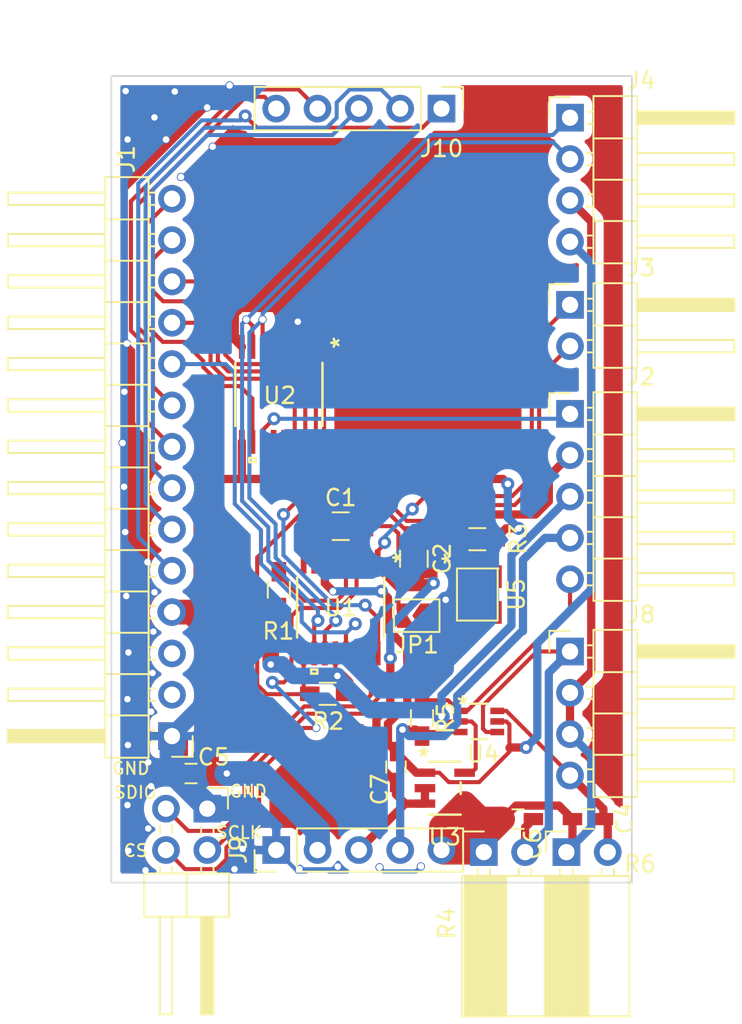
<source format=kicad_pcb>
(kicad_pcb (version 20171130) (host pcbnew "(5.1.6-0-10_14)")
  (layers (0 F.Cu signal) (31 B.Cu signal) (34 B.Paste user) (35 F.Paste user) (36 B.SilkS user) (37 F.SilkS user) (38 B.Mask user) (39 F.Mask user) (44 Edge.Cuts user))
  (net 0 "")
  (net 1 GND)
  (net 2 "Net-(C1-Pad1)")
  (net 3 "Net-(C2-Pad1)")
  (net 4 PD_MUX_OUT)
  (net 5 VCC_LOGIC)
  (net 6 /AMP_OUT)
  (net 7 THERM_WELL)
  (net 8 I2C_SDA)
  (net 9 I2C_SCL)
  (net 10 ADC_DRDY)
  (net 11 PD_REF_PWM)
  (net 12 PD_MUX_GPIO1)
  (net 13 PD_MUX_GPIO2)
  (net 14 PD_MUX_GPIO3)
  (net 15 PD_MUX_GPIO4)
  (net 16 PD_MUX_GPIO5)
  (net 17 THERM_TEST1)
  (net 18 /AMP_GAIN_SW)
  (net 19 DEMOD_SPI_CS)
  (net 20 DEMOD_SPI_SDIO)
  (net 21 DEMOD_SPI_SCLK)
  (net 22 "Net-(R1-Pad1)")
  (net 23 "Net-(R3-Pad1)")
  (net 24 PHOTO_GND)
  (net 25 /GAIN_SMALL)
  (net 26 /GAIN_LARGE)
  (net 27 -1V)
  (net 28 PHOTO_3V3)
  (net 29 XOUT)
  (net 30 CLKIN)
  (net 31 /PHOTO_OUT_P)
  (net 32 /PHOTO_OUT_N)
  (net 33 "Net-(JP1-Pad1)")
  (module Ninja-qPCR:ADS1219IPWR (layer F.Cu) (at 93.3 82 270)
    (fp_text reference U2 (at 0.07 -0.05 180) (layer F.SilkS))
    (fp_text value ADS1219IPWR hide)
    (fp_text user * (at -3.175 -3.773601 90) (layer F.SilkS))
    (fp_text user * (at -3.175 -3.773601 90) (layer F.SilkS))
    (pad 16 smd rect (at 2.921 -2.274999 270) (size 1.4732 0.3556) (layers F.Cu F.Paste F.Mask) (net 9 I2C_SCL))
    (pad 15 smd rect (at 2.921 -1.624998 270) (size 1.4732 0.3556) (layers F.Cu F.Paste F.Mask) (net 8 I2C_SDA))
    (pad 14 smd rect (at 2.921 -0.974999 270) (size 1.4732 0.3556) (layers F.Cu F.Paste F.Mask) (net 10 ADC_DRDY))
    (pad 13 smd rect (at 2.921 -0.324998 270) (size 1.4732 0.3556) (layers F.Cu F.Paste F.Mask) (net 5 VCC_LOGIC))
    (pad 12 smd rect (at 2.921 0.325001 270) (size 1.4732 0.3556) (layers F.Cu F.Paste F.Mask) (net 5 VCC_LOGIC))
    (pad 11 smd rect (at 2.921 0.974999 270) (size 1.4732 0.3556) (layers F.Cu F.Paste F.Mask) (net 17 THERM_TEST1))
    (pad 10 smd rect (at 2.921 1.625001 270) (size 1.4732 0.3556) (layers F.Cu F.Paste F.Mask) (net 7 THERM_WELL))
    (pad 9 smd rect (at 2.921 2.274999 270) (size 1.4732 0.3556) (layers F.Cu F.Paste F.Mask) (net 5 VCC_LOGIC))
    (pad 8 smd rect (at -2.921 2.274999 270) (size 1.4732 0.3556) (layers F.Cu F.Paste F.Mask) (net 1 GND))
    (pad 7 smd rect (at -2.921 1.624998 270) (size 1.4732 0.3556) (layers F.Cu F.Paste F.Mask) (net 32 /PHOTO_OUT_N))
    (pad 6 smd rect (at -2.921 0.974999 270) (size 1.4732 0.3556) (layers F.Cu F.Paste F.Mask) (net 31 /PHOTO_OUT_P))
    (pad 5 smd rect (at -2.921 0.324998 270) (size 1.4732 0.3556) (layers F.Cu F.Paste F.Mask) (net 1 GND))
    (pad 4 smd rect (at -2.921 -0.325001 270) (size 1.4732 0.3556) (layers F.Cu F.Paste F.Mask) (net 1 GND))
    (pad 3 smd rect (at -2.921 -0.974999 270) (size 1.4732 0.3556) (layers F.Cu F.Paste F.Mask) (net 5 VCC_LOGIC))
    (pad 2 smd rect (at -2.921 -1.625001 270) (size 1.4732 0.3556) (layers F.Cu F.Paste F.Mask) (net 1 GND))
    (pad 1 smd rect (at -2.921 -2.274999 270) (size 1.4732 0.3556) (layers F.Cu F.Paste F.Mask) (net 1 GND))
  )
  (module Capacitors_SMD:C_0805_HandSoldering (layer F.Cu) (at 97.1 90.1)
    (fp_text reference C1 (at 0 -1.75) (layer F.SilkS))
    (fp_text value 1uF)
    (pad 2 smd rect (at 1.25 0) (size 1.5 1.25) (layers F.Cu F.Paste F.Mask) (net 24 PHOTO_GND))
    (pad 1 smd rect (at -1.25 0) (size 1.5 1.25) (layers F.Cu F.Paste F.Mask) (net 2 "Net-(C1-Pad1)"))
  )
  (module Capacitors_SMD:C_0603_HandSoldering (layer F.Cu) (at 112.3 108.1 180)
    (fp_text reference C4 (at -2.26 0.04 270) (layer F.SilkS))
    (fp_text value 22pF)
    (pad 1 smd rect (at -0.95 0 180) (size 1.2 0.75) (layers F.Cu F.Paste F.Mask) (net 25 /GAIN_SMALL))
    (pad 2 smd rect (at 0.95 0 180) (size 1.2 0.75) (layers F.Cu F.Paste F.Mask) (net 4 PD_MUX_OUT))
  )
  (module Capacitors_SMD:C_0603_HandSoldering (layer F.Cu) (at 87.9 105.3 180)
    (fp_text reference C5 (at -1.39 1.01) (layer F.SilkS))
    (fp_text value 0.1uF)
    (pad 2 smd rect (at 0.95 0 180) (size 1.2 0.75) (layers F.Cu F.Paste F.Mask) (net 1 GND))
    (pad 1 smd rect (at -0.95 0 180) (size 1.2 0.75) (layers F.Cu F.Paste F.Mask) (net 5 VCC_LOGIC))
  )
  (module Capacitors_SMD:C_0603_HandSoldering (layer F.Cu) (at 108 108.1 180)
    (fp_text reference C6 (at -0.91 -1.53 270) (layer F.SilkS))
    (fp_text value 22pF)
    (pad 1 smd rect (at -0.95 0 180) (size 1.2 0.75) (layers F.Cu F.Paste F.Mask) (net 26 /GAIN_LARGE))
    (pad 2 smd rect (at 0.95 0 180) (size 1.2 0.75) (layers F.Cu F.Paste F.Mask) (net 4 PD_MUX_OUT))
  )
  (module Capacitors_SMD:C_0603_HandSoldering (layer F.Cu) (at 100.5 104.9 90)
    (fp_text reference C7 (at -1.38 -1 90) (layer F.SilkS))
    (fp_text value 0.1uF)
    (pad 2 smd rect (at 0.95 0 90) (size 1.2 0.75) (layers F.Cu F.Paste F.Mask) (net 6 /AMP_OUT))
    (pad 1 smd rect (at -0.95 0 90) (size 1.2 0.75) (layers F.Cu F.Paste F.Mask) (net 24 PHOTO_GND))
  )
  (module Resistors_SMD:R_0603_HandSoldering (layer F.Cu) (at 93.3 94 270)
    (fp_text reference R1 (at 2.55 0.03 180) (layer F.SilkS))
    (fp_text value 10K)
    (pad 2 smd rect (at 1.1 0 270) (size 1.2 0.9) (layers F.Cu F.Paste F.Mask) (net 28 PHOTO_3V3))
    (pad 1 smd rect (at -1.1 0 270) (size 1.2 0.9) (layers F.Cu F.Paste F.Mask) (net 22 "Net-(R1-Pad1)"))
  )
  (module Resistors_SMD:R_0603_HandSoldering (layer F.Cu) (at 96.3 100.4)
    (fp_text reference R2 (at 0.03 1.69) (layer F.SilkS))
    (fp_text value 10K)
    (pad 1 smd rect (at -1.1 0) (size 1.2 0.9) (layers F.Cu F.Paste F.Mask) (net 3 "Net-(C2-Pad1)"))
    (pad 2 smd rect (at 1.1 0) (size 1.2 0.9) (layers F.Cu F.Paste F.Mask) (net 28 PHOTO_3V3))
  )
  (module Resistors_SMD:R_0603_HandSoldering (layer F.Cu) (at 105.5 90.9)
    (fp_text reference R3 (at 2.52 -0.02 270) (layer F.SilkS))
    (fp_text value 10K)
    (pad 2 smd rect (at 1.1 0) (size 1.2 0.9) (layers F.Cu F.Paste F.Mask) (net 5 VCC_LOGIC))
    (pad 1 smd rect (at -1.1 0) (size 1.2 0.9) (layers F.Cu F.Paste F.Mask) (net 23 "Net-(R3-Pad1)"))
  )
  (module Ninja-qPCR:ADA2200ARUZ (layer F.Cu) (at 97.1 95.1 270)
    (fp_text reference U1 (at 0.02 0 180) (layer F.SilkS))
    (fp_text value ADA2200ARUZ hide)
    (fp_text user * (at -3.0734 -3.773601 90) (layer F.SilkS))
    (fp_text user * (at -3.0734 -3.773601 90) (layer F.SilkS))
    (pad 16 smd rect (at 2.8194 -2.274999 270) (size 1.4732 0.3556) (layers F.Cu F.Paste F.Mask) (net 29 XOUT))
    (pad 15 smd rect (at 2.8194 -1.624998 270) (size 1.4732 0.3556) (layers F.Cu F.Paste F.Mask) (net 21 DEMOD_SPI_SCLK))
    (pad 14 smd rect (at 2.8194 -0.974999 270) (size 1.4732 0.3556) (layers F.Cu F.Paste F.Mask) (net 20 DEMOD_SPI_SDIO))
    (pad 13 smd rect (at 2.8194 -0.324998 270) (size 1.4732 0.3556) (layers F.Cu F.Paste F.Mask) (net 11 PD_REF_PWM))
    (pad 12 smd rect (at 2.8194 0.325001 270) (size 1.4732 0.3556) (layers F.Cu F.Paste F.Mask) (net 28 PHOTO_3V3))
    (pad 11 smd rect (at 2.8194 0.974999 270) (size 1.4732 0.3556) (layers F.Cu F.Paste F.Mask) (net 31 /PHOTO_OUT_P))
    (pad 10 smd rect (at 2.8194 1.625001 270) (size 1.4732 0.3556) (layers F.Cu F.Paste F.Mask) (net 32 /PHOTO_OUT_N))
    (pad 9 smd rect (at 2.8194 2.274999 270) (size 1.4732 0.3556) (layers F.Cu F.Paste F.Mask) (net 3 "Net-(C2-Pad1)"))
    (pad 8 smd rect (at -2.8194 2.274999 270) (size 1.4732 0.3556) (layers F.Cu F.Paste F.Mask) (net 2 "Net-(C1-Pad1)"))
    (pad 7 smd rect (at -2.8194 1.624998 270) (size 1.4732 0.3556) (layers F.Cu F.Paste F.Mask) (net 24 PHOTO_GND))
    (pad 6 smd rect (at -2.8194 0.974999 270) (size 1.4732 0.3556) (layers F.Cu F.Paste F.Mask) (net 6 /AMP_OUT))
    (pad 5 smd rect (at -2.8194 0.324998 270) (size 1.4732 0.3556) (layers F.Cu F.Paste F.Mask) (net 24 PHOTO_GND))
    (pad 4 smd rect (at -2.8194 -0.325001 270) (size 1.4732 0.3556) (layers F.Cu F.Paste F.Mask) (net 22 "Net-(R1-Pad1)"))
    (pad 3 smd rect (at -2.8194 -0.974999 270) (size 1.4732 0.3556) (layers F.Cu F.Paste F.Mask) (net 19 DEMOD_SPI_CS))
    (pad 2 smd rect (at -2.8194 -1.625001 270) (size 1.4732 0.3556) (layers F.Cu F.Paste F.Mask))
    (pad 1 smd rect (at -2.8194 -2.274999 270) (size 1.4732 0.3556) (layers F.Cu F.Paste F.Mask) (net 30 CLKIN))
  )
  (module Pin_Headers:Pin_Header_Angled_1x14_Pitch2.54mm (layer F.Cu) (at 86.73 103 180)
    (fp_text reference J1 (at 2.81 35.46 270) (layer F.SilkS))
    (fp_text value Conn_01x14_Male)
    (pad 14 thru_hole oval (at 0 33.02 180) (size 1.7 1.7) (drill 1) (layers *.Cu *.Mask) (net 7 THERM_WELL))
    (pad 13 thru_hole oval (at 0 30.48 180) (size 1.7 1.7) (drill 1) (layers *.Cu *.Mask) (net 8 I2C_SDA))
    (pad 12 thru_hole oval (at 0 27.94 180) (size 1.7 1.7) (drill 1) (layers *.Cu *.Mask) (net 9 I2C_SCL))
    (pad 11 thru_hole oval (at 0 25.4 180) (size 1.7 1.7) (drill 1) (layers *.Cu *.Mask) (net 10 ADC_DRDY))
    (pad 10 thru_hole oval (at 0 22.86 180) (size 1.7 1.7) (drill 1) (layers *.Cu *.Mask) (net 11 PD_REF_PWM))
    (pad 9 thru_hole oval (at 0 20.32 180) (size 1.7 1.7) (drill 1) (layers *.Cu *.Mask) (net 12 PD_MUX_GPIO1))
    (pad 8 thru_hole oval (at 0 17.78 180) (size 1.7 1.7) (drill 1) (layers *.Cu *.Mask) (net 13 PD_MUX_GPIO2))
    (pad 7 thru_hole oval (at 0 15.24 180) (size 1.7 1.7) (drill 1) (layers *.Cu *.Mask) (net 14 PD_MUX_GPIO3))
    (pad 6 thru_hole oval (at 0 12.7 180) (size 1.7 1.7) (drill 1) (layers *.Cu *.Mask) (net 15 PD_MUX_GPIO4))
    (pad 5 thru_hole oval (at 0 10.16 180) (size 1.7 1.7) (drill 1) (layers *.Cu *.Mask) (net 16 PD_MUX_GPIO5))
    (pad 4 thru_hole oval (at 0 7.62 180) (size 1.7 1.7) (drill 1) (layers *.Cu *.Mask) (net 5 VCC_LOGIC))
    (pad 3 thru_hole oval (at 0 5.08 180) (size 1.7 1.7) (drill 1) (layers *.Cu *.Mask))
    (pad 2 thru_hole oval (at 0 2.54 180) (size 1.7 1.7) (drill 1) (layers *.Cu *.Mask))
    (pad 1 thru_hole rect (at 0 0 180) (size 1.7 1.7) (drill 1) (layers *.Cu *.Mask) (net 1 GND))
  )
  (module Socket_Strips:Socket_Strip_Angled_1x02_Pitch2.54mm (layer F.Cu) (at 110.98 110.13 90)
    (fp_text reference R6 (at -0.73 4.52) (layer F.SilkS))
    (fp_text value R)
    (pad 1 thru_hole rect (at 0 0 90) (size 1.7 1.7) (drill 1) (layers *.Cu *.Mask) (net 4 PD_MUX_OUT))
    (pad 2 thru_hole oval (at 0 2.54 90) (size 1.7 1.7) (drill 1) (layers *.Cu *.Mask) (net 25 /GAIN_SMALL))
  )
  (module Pin_Headers:Pin_Header_Angled_2x02_Pitch2.54mm (layer F.Cu) (at 88.9 107.46 270)
    (fp_text reference JSPI1 hide)
    (fp_text value Conn_01x04_Male)
    (pad 4 thru_hole oval (at 2.54 2.54 270) (size 1.7 1.7) (drill 1) (layers *.Cu *.Mask) (net 19 DEMOD_SPI_CS))
    (pad 3 thru_hole oval (at 0 2.54 270) (size 1.7 1.7) (drill 1) (layers *.Cu *.Mask) (net 20 DEMOD_SPI_SDIO))
    (pad 2 thru_hole oval (at 2.54 0 270) (size 1.7 1.7) (drill 1) (layers *.Cu *.Mask) (net 21 DEMOD_SPI_SCLK))
    (pad 1 thru_hole rect (at 0 0 270) (size 1.7 1.7) (drill 1) (layers *.Cu *.Mask) (net 1 GND))
  )
  (module Capacitors_SMD:C_0805_HandSoldering (layer F.Cu) (at 101.6 92.1 270)
    (fp_text reference C2 (at 0 -1.75 90) (layer F.SilkS))
    (fp_text value 10uF)
    (pad 2 smd rect (at 1.25 0 270) (size 1.5 1.25) (layers F.Cu F.Paste F.Mask) (net 24 PHOTO_GND))
    (pad 1 smd rect (at -1.25 0 270) (size 1.5 1.25) (layers F.Cu F.Paste F.Mask) (net 3 "Net-(C2-Pad1)"))
  )
  (module Pin_Headers:Pin_Header_Angled_1x05_Pitch2.54mm (layer F.Cu) (at 111.2 83.2)
    (fp_text reference J2 (at 4.385 -2.27) (layer F.SilkS))
    (fp_text value Conn_01x05_Male)
    (pad 5 thru_hole oval (at 0 10.16) (size 1.7 1.7) (drill 1) (layers *.Cu *.Mask) (net 18 /AMP_GAIN_SW))
    (pad 4 thru_hole oval (at 0 7.62) (size 1.7 1.7) (drill 1) (layers *.Cu *.Mask) (net 27 -1V))
    (pad 3 thru_hole oval (at 0 5.08) (size 1.7 1.7) (drill 1) (layers *.Cu *.Mask) (net 28 PHOTO_3V3))
    (pad 2 thru_hole oval (at 0 2.54) (size 1.7 1.7) (drill 1) (layers *.Cu *.Mask) (net 24 PHOTO_GND))
    (pad 1 thru_hole rect (at 0 0) (size 1.7 1.7) (drill 1) (layers *.Cu *.Mask) (net 17 THERM_TEST1))
  )
  (module Pin_Headers:Pin_Header_Angled_1x02_Pitch2.54mm (layer F.Cu) (at 111.2 76.5)
    (fp_text reference J3 (at 4.385 -2.27) (layer F.SilkS))
    (fp_text value Conn_01x02_Male)
    (pad 2 thru_hole oval (at 0 2.54) (size 1.7 1.7) (drill 1) (layers *.Cu *.Mask) (net 29 XOUT))
    (pad 1 thru_hole rect (at 0 0) (size 1.7 1.7) (drill 1) (layers *.Cu *.Mask) (net 30 CLKIN))
  )
  (module Pin_Headers:Pin_Header_Angled_1x04_Pitch2.54mm (layer F.Cu) (at 111.2 97.8)
    (fp_text reference J8 (at 4.385 -2.27) (layer F.SilkS))
    (fp_text value Conn_01x04_Male)
    (pad 4 thru_hole oval (at 0 7.62) (size 1.7 1.7) (drill 1) (layers *.Cu *.Mask) (net 25 /GAIN_SMALL))
    (pad 3 thru_hole oval (at 0 5.08) (size 1.7 1.7) (drill 1) (layers *.Cu *.Mask) (net 4 PD_MUX_OUT))
    (pad 2 thru_hole oval (at 0 2.54) (size 1.7 1.7) (drill 1) (layers *.Cu *.Mask) (net 4 PD_MUX_OUT))
    (pad 1 thru_hole rect (at 0 0) (size 1.7 1.7) (drill 1) (layers *.Cu *.Mask) (net 26 /GAIN_LARGE))
  )
  (module Pin_Headers:Pin_Header_Straight_1x05_Pitch2.54mm (layer F.Cu) (at 93.138 110 90)
    (fp_text reference J9 (at 0 -2.33 90) (layer F.SilkS))
    (fp_text value Conn_01x05_Female)
    (pad 5 thru_hole oval (at 0 10.16 90) (size 1.7 1.7) (drill 1) (layers *.Cu *.Mask) (net 4 PD_MUX_OUT))
    (pad 4 thru_hole oval (at 0 7.62 90) (size 1.7 1.7) (drill 1) (layers *.Cu *.Mask) (net 27 -1V))
    (pad 3 thru_hole oval (at 0 5.08 90) (size 1.7 1.7) (drill 1) (layers *.Cu *.Mask) (net 24 PHOTO_GND))
    (pad 2 thru_hole oval (at 0 2.54 90) (size 1.7 1.7) (drill 1) (layers *.Cu *.Mask) (net 5 VCC_LOGIC))
    (pad 1 thru_hole rect (at 0 0 90) (size 1.7 1.7) (drill 1) (layers *.Cu *.Mask) (net 1 GND))
  )
  (module Pin_Headers:Pin_Header_Straight_1x05_Pitch2.54mm (layer F.Cu) (at 103.298 64.44 270)
    (fp_text reference J10 (at 2.46 -0.002 180) (layer F.SilkS))
    (fp_text value Conn_01x05_Female)
    (pad 1 thru_hole rect (at 0 0 270) (size 1.7 1.7) (drill 1) (layers *.Cu *.Mask) (net 16 PD_MUX_GPIO5))
    (pad 2 thru_hole oval (at 0 2.54 270) (size 1.7 1.7) (drill 1) (layers *.Cu *.Mask) (net 15 PD_MUX_GPIO4))
    (pad 3 thru_hole oval (at 0 5.08 270) (size 1.7 1.7) (drill 1) (layers *.Cu *.Mask) (net 14 PD_MUX_GPIO3))
    (pad 4 thru_hole oval (at 0 7.62 270) (size 1.7 1.7) (drill 1) (layers *.Cu *.Mask) (net 13 PD_MUX_GPIO2))
    (pad 5 thru_hole oval (at 0 10.16 270) (size 1.7 1.7) (drill 1) (layers *.Cu *.Mask) (net 12 PD_MUX_GPIO1))
  )
  (module Socket_Strips:Socket_Strip_Angled_1x02_Pitch2.54mm (layer F.Cu) (at 105.9 110.13 90)
    (fp_text reference R4 (at -4.38 -2.27 90) (layer F.SilkS))
    (fp_text value R)
    (pad 1 thru_hole rect (at 0 0 90) (size 1.7 1.7) (drill 1) (layers *.Cu *.Mask) (net 4 PD_MUX_OUT))
    (pad 2 thru_hole oval (at 0 2.54 90) (size 1.7 1.7) (drill 1) (layers *.Cu *.Mask) (net 26 /GAIN_LARGE))
  )
  (module Ninja-qPCR:AD8605ARTZ-R2 (layer F.Cu) (at 103.5 106.2)
    (fp_text reference U3 (at 0 3) (layer F.SilkS))
    (fp_text value AD8605ARTZ-R2 hide)
    (fp_text user * (at -1.3 -1.9) (layer F.SilkS))
    (fp_text user * (at -1.3 -1.9) (layer F.SilkS))
    (pad 5 smd rect (at 1.2192 -0.950001) (size 1.27 0.508) (layers F.Cu F.Paste F.Mask) (net 28 PHOTO_3V3))
    (pad 4 smd rect (at 1.2192 0.950001) (size 1.27 0.508) (layers F.Cu F.Paste F.Mask) (net 4 PD_MUX_OUT))
    (pad 3 smd rect (at -1.2192 0.950001) (size 1.27 0.508) (layers F.Cu F.Paste F.Mask) (net 24 PHOTO_GND))
    (pad 2 smd rect (at -1.2192 0) (size 1.27 0.508) (layers F.Cu F.Paste F.Mask) (net 24 PHOTO_GND))
    (pad 1 smd rect (at -1.2192 -0.950001) (size 1.27 0.508) (layers F.Cu F.Paste F.Mask) (net 6 /AMP_OUT))
  )
  (module Ninja-qPCR:TS5A9411DCKR (layer F.Cu) (at 105.6 102.1)
    (fp_text reference U4 (at 0.25 2) (layer F.SilkS))
    (fp_text value TS5A9411DCKR hide)
    (fp_text user * (at -1 -1) (layer F.SilkS))
    (pad 1 smd rect (at -1.124999 -0.650001 90) (size 0.399999 0.850001) (layers F.Cu F.Paste F.Mask) (net 18 /AMP_GAIN_SW))
    (pad 2 smd rect (at -1.124999 0 90) (size 0.399999 0.850001) (layers F.Cu F.Paste F.Mask) (net 28 PHOTO_3V3))
    (pad 3 smd rect (at -1.124999 0.649999 90) (size 0.399999 0.850001) (layers F.Cu F.Paste F.Mask) (net 27 -1V))
    (pad 4 smd rect (at 1.125002 0.649999 90) (size 0.399999 0.850001) (layers F.Cu F.Paste F.Mask) (net 26 /GAIN_LARGE))
    (pad 5 smd rect (at 1.125002 0 90) (size 0.399999 0.850001) (layers F.Cu F.Paste F.Mask) (net 6 /AMP_OUT))
    (pad 6 smd rect (at 1.125002 -0.650001 90) (size 0.399999 0.850001) (layers F.Cu F.Paste F.Mask) (net 25 /GAIN_SMALL))
  )
  (module Ninja-qPCR:COM1305-0.032768-EXT-T-TR (layer F.Cu) (at 105.5 94.3 270)
    (fp_text reference U5 (at 0 -2.4 90) (layer F.SilkS))
    (fp_text value COM1305-0.032768-EXT-T-TR)
    (fp_text user * (at -2.2 1.6 90) (layer F.SilkS))
    (pad 1 smd rect (at -1.1 0.8 270) (size 1.4 1.4) (layers F.Cu F.Paste F.Mask) (net 23 "Net-(R3-Pad1)"))
    (pad 2 smd rect (at 1.1 0.8 270) (size 1.4 1.4) (layers F.Cu F.Paste F.Mask) (net 1 GND))
    (pad 3 smd rect (at 1.1 -0.8 270) (size 1.4 1.4) (layers F.Cu F.Paste F.Mask) (net 33 "Net-(JP1-Pad1)"))
    (pad 4 smd rect (at -1.1 -0.8 270) (size 1.4 1.4) (layers F.Cu F.Paste F.Mask) (net 5 VCC_LOGIC))
  )
  (module Jumper:SolderJumper-2_P1.3mm_Open_TrianglePad1.0x1.5mm (layer F.Cu) (at 101.775 95.6 180)
    (fp_text reference JP1 (at 0 -1.8) (layer F.SilkS))
    (fp_text value Jumper)
    (pad 2 smd custom (at 0.725 0 180) (size 0.3 0.3) (layers F.Cu F.Mask) (net 30 CLKIN) (options (clearance outline) (anchor rect)) (primitives (gr_poly (pts (xy -0.65 -0.75) (xy 0.5 -0.75) (xy 0.5 0.75) (xy -0.65 0.75) (xy -0.15 0)) (width 0))))
    (pad 1 smd custom (at -0.725 0 180) (size 0.3 0.3) (layers F.Cu F.Mask) (net 33 "Net-(JP1-Pad1)") (options (clearance outline) (anchor rect)) (primitives (gr_poly (pts (xy -0.5 -0.75) (xy 0.5 -0.75) (xy 1 0) (xy 0.5 0.75) (xy -0.5 0.75)) (width 0))))
  )
  (module Resistors_SMD:R_0603_HandSoldering (layer F.Cu) (at 102.1 101.9 270)
    (fp_text reference R5 (at 0 -1.45 90) (layer F.SilkS))
    (fp_text value R)
    (pad 2 smd rect (at 1.1 0 270) (size 1.2 0.9) (layers F.Cu F.Paste F.Mask) (net 27 -1V))
    (pad 1 smd rect (at -1.1 0 270) (size 1.2 0.9) (layers F.Cu F.Paste F.Mask) (net 18 /AMP_GAIN_SW))
  )
  (module Pin_Headers:Pin_Header_Angled_1x04_Pitch2.54mm (layer F.Cu) (at 111.2 65)
    (fp_text reference J4 (at 4.385 -2.27) (layer F.SilkS))
    (fp_text value Conn_01x04_Male)
    (pad 4 thru_hole oval (at 0 7.62) (size 1.7 1.7) (drill 1) (layers *.Cu *.Mask) (net 6 /AMP_OUT))
    (pad 3 thru_hole oval (at 0 5.08) (size 1.7 1.7) (drill 1) (layers *.Cu *.Mask) (net 4 PD_MUX_OUT))
    (pad 2 thru_hole oval (at 0 2.54) (size 1.7 1.7) (drill 1) (layers *.Cu *.Mask) (net 31 /PHOTO_OUT_P))
    (pad 1 thru_hole rect (at 0 0) (size 1.7 1.7) (drill 1) (layers *.Cu *.Mask) (net 32 /PHOTO_OUT_N))
  )
  (gr_text GND (at 84.2 104.99) (layer F.SilkS) (effects (font (size 0.75 0.75) (thickness 0.125))))
  (gr_text SCLK (at 90.85 108.93) (layer F.SilkS) (effects (font (size 0.75 0.75) (thickness 0.125))))
  (gr_text CS (at 84.49 110.04) (layer F.SilkS) (effects (font (size 0.75 0.75) (thickness 0.125))))
  (gr_text SD IO (at 84.48 106.46) (layer F.SilkS) (effects (font (size 0.75 0.75) (thickness 0.125))))
  (gr_text GND (at 91.42 106.39) (layer F.SilkS) (effects (font (size 0.75 0.75) (thickness 0.125))))
  (gr_line (start 83 112) (end 83 62.44) (layer Edge.Cuts) (width 0.1))
  (gr_line (start 115 112) (end 83 112) (layer Edge.Cuts) (width 0.1))
  (gr_line (start 115 62.44) (end 115 112) (layer Edge.Cuts) (width 0.1))
  (gr_line (start 83 62.44) (end 115 62.44) (layer Edge.Cuts) (width 0.1))
  (segment (start 90.598 107.46) (end 88.9 107.46) (width 1.524) (layer B.Cu) (net 1))
  (segment (start 86.95 103.22) (end 86.73 103) (width 1.524) (layer F.Cu) (net 1))
  (segment (start 86.95 105.3) (end 86.95 103.22) (width 1.524) (layer F.Cu) (net 1))
  (segment (start 86.73 105.148238) (end 86.73 103) (width 1.524) (layer B.Cu) (net 1))
  (segment (start 88.9 107.318238) (end 86.73 105.148238) (width 1.524) (layer B.Cu) (net 1))
  (segment (start 88.9 107.46) (end 88.9 107.318238) (width 1.524) (layer B.Cu) (net 1))
  (via (at 89.23 66.78) (size 0.508) (drill 0.4) (layers F.Cu B.Cu) (net 1))
  (via (at 87.28 68.64) (size 0.508) (drill 0.4) (layers F.Cu B.Cu) (net 1))
  (via (at 90.27 63.02) (size 0.508) (drill 0.4) (layers F.Cu B.Cu) (net 1))
  (via (at 88.89 64.37) (size 0.508) (drill 0.4) (layers F.Cu B.Cu) (net 1))
  (via (at 83.88 63.36) (size 0.508) (drill 0.4) (layers F.Cu B.Cu) (net 1))
  (via (at 86.9 63.39) (size 0.508) (drill 0.4) (layers F.Cu B.Cu) (net 1))
  (via (at 84 66.34) (size 0.508) (drill 0.4) (layers F.Cu B.Cu) (net 1))
  (via (at 86.36 66.34) (size 0.508) (drill 0.4) (layers F.Cu B.Cu) (net 1))
  (via (at 85.65 64.98) (size 0.508) (drill 0.4) (layers F.Cu B.Cu) (net 1))
  (via (at 83.95 78.88) (size 0.508) (drill 0.4) (layers F.Cu B.Cu) (net 1))
  (via (at 85.22 92.31) (size 0.508) (drill 0.4) (layers F.Cu B.Cu) (net 1))
  (via (at 83.85 90.46) (size 0.508) (drill 0.4) (layers F.Cu B.Cu) (net 1))
  (via (at 83.69 84.99) (size 0.508) (drill 0.4) (layers F.Cu B.Cu) (net 1))
  (via (at 83.8 81.84) (size 0.508) (drill 0.4) (layers F.Cu B.Cu) (net 1))
  (via (at 83.78 87.68) (size 0.508) (drill 0.4) (layers F.Cu B.Cu) (net 1))
  (via (at 83.92 94.39) (size 0.508) (drill 0.4) (layers F.Cu B.Cu) (net 1))
  (via (at 85.65 94.16) (size 0.508) (drill 0.4) (layers F.Cu B.Cu) (net 1))
  (via (at 85.58 96.58) (size 0.508) (drill 0.4) (layers F.Cu B.Cu) (net 1))
  (via (at 85.53 99.12) (size 0.508) (drill 0.4) (layers F.Cu B.Cu) (net 1))
  (via (at 85.44 101.5) (size 0.508) (drill 0.4) (layers F.Cu B.Cu) (net 1))
  (via (at 85.27 104.61) (size 0.508) (drill 0.4) (layers F.Cu B.Cu) (net 1))
  (via (at 85.44 106.08) (size 0.508) (drill 0.4) (layers F.Cu B.Cu) (net 1))
  (via (at 85.27 108.68) (size 0.508) (drill 0.4) (layers F.Cu B.Cu) (net 1))
  (via (at 85.1 111.25) (size 0.508) (drill 0.4) (layers F.Cu B.Cu) (net 1))
  (via (at 84.05 110.05) (size 0.508) (drill 0.4) (layers F.Cu B.Cu) (net 1))
  (via (at 83.99 107.24) (size 0.508) (drill 0.4) (layers F.Cu B.Cu) (net 1))
  (via (at 84.02 103.55) (size 0.508) (drill 0.4) (layers F.Cu B.Cu) (net 1))
  (via (at 83.99 100.73) (size 0.508) (drill 0.4) (layers F.Cu B.Cu) (net 1))
  (via (at 84.05 97.86) (size 0.508) (drill 0.4) (layers F.Cu B.Cu) (net 1))
  (via (at 90.57 111.18) (size 0.508) (drill 0.4) (layers F.Cu B.Cu) (net 1))
  (via (at 91.07 109.93) (size 0.508) (drill 0.4) (layers F.Cu B.Cu) (net 1))
  (via (at 94.56 111.18) (size 0.508) (drill 0.4) (layers F.Cu B.Cu) (net 1))
  (via (at 96.92 111.02) (size 0.508) (drill 0.4) (layers F.Cu B.Cu) (net 1))
  (via (at 99.49 111.06) (size 0.508) (drill 0.4) (layers F.Cu B.Cu) (net 1))
  (via (at 102.03 111.01) (size 0.508) (drill 0.4) (layers F.Cu B.Cu) (net 1))
  (segment (start 90.24 63.02) (end 88.89 64.37) (width 0.25) (layer B.Cu) (net 1))
  (segment (start 90.27 63.02) (end 90.24 63.02) (width 0.25) (layer B.Cu) (net 1))
  (segment (start 101.726001 111.313999) (end 102.03 111.01) (width 0.25) (layer B.Cu) (net 1))
  (segment (start 99.743999 111.313999) (end 101.726001 111.313999) (width 0.25) (layer B.Cu) (net 1))
  (segment (start 99.49 111.06) (end 99.743999 111.313999) (width 0.25) (layer B.Cu) (net 1))
  (segment (start 96.76 111.18) (end 94.56 111.18) (width 0.25) (layer B.Cu) (net 1))
  (segment (start 96.92 111.02) (end 96.76 111.18) (width 0.25) (layer B.Cu) (net 1))
  (segment (start 84.04 66.38) (end 84 66.34) (width 0.25) (layer B.Cu) (net 1))
  (segment (start 94.318 111.18) (end 93.138 110) (width 0.25) (layer B.Cu) (net 1))
  (segment (start 94.56 111.18) (end 94.318 111.18) (width 0.25) (layer B.Cu) (net 1))
  (segment (start 93.6196 76.691999) (end 94.2138 77.2862) (width 0.508) (layer F.Cu) (net 1))
  (via (at 94.4638 77.5362) (size 0.508) (drill 0.4) (layers F.Cu B.Cu) (net 1))
  (segment (start 94.2138 77.2862) (end 94.4638 77.5362) (width 0.508) (layer F.Cu) (net 1))
  (segment (start 93.625001 79.079) (end 93.625001 77.8344) (width 0.508) (layer F.Cu) (net 1))
  (segment (start 94.4638 77.5362) (end 94.925001 77.9974) (width 0.508) (layer F.Cu) (net 1))
  (segment (start 93.625001 77.8344) (end 93.923201 77.5362) (width 0.508) (layer F.Cu) (net 1))
  (segment (start 93.923201 77.5362) (end 94.4638 77.5362) (width 0.508) (layer F.Cu) (net 1))
  (segment (start 91.025001 79.079) (end 91.025001 79.074999) (width 0.508) (layer F.Cu) (net 1))
  (segment (start 91.025001 79.074999) (end 90.591999 78.641997) (width 0.508) (layer F.Cu) (net 1))
  (segment (start 90.591999 78.641997) (end 90.591999 77.060159) (width 0.508) (layer F.Cu) (net 1))
  (segment (start 90.960159 76.691999) (end 93.6196 76.691999) (width 0.508) (layer F.Cu) (net 1))
  (segment (start 90.591999 77.060159) (end 90.960159 76.691999) (width 0.508) (layer F.Cu) (net 1))
  (segment (start 94.925001 77.9974) (end 94.925001 79.079) (width 0.508) (layer F.Cu) (net 1))
  (segment (start 94.925001 79.079) (end 95.574999 79.079) (width 0.508) (layer F.Cu) (net 1))
  (segment (start 92.975002 79.079) (end 93.625001 79.079) (width 0.508) (layer F.Cu) (net 1))
  (via (at 103.55555 94.62336) (size 0.8) (drill 0.4) (layers F.Cu B.Cu) (net 1))
  (segment (start 104.2 95.4) (end 103.5 94.7) (width 0.508) (layer F.Cu) (net 1))
  (segment (start 104.7 95.4) (end 104.2 95.4) (width 0.508) (layer F.Cu) (net 1))
  (segment (start 103.55555 94.62336) (end 103.55555 98.883964) (width 1.016) (layer B.Cu) (net 1))
  (segment (start 103.55555 98.883964) (end 102.255523 100.183991) (width 1.016) (layer B.Cu) (net 1))
  (segment (start 99.503688 100.183991) (end 97.403687 98.08399) (width 1.016) (layer B.Cu) (net 1))
  (segment (start 102.255523 100.183991) (end 99.503688 100.183991) (width 1.016) (layer B.Cu) (net 1))
  (segment (start 93.995686 97.375989) (end 92.296313 97.375989) (width 1.016) (layer B.Cu) (net 1))
  (segment (start 86.73 102.942302) (end 86.73 103) (width 1.016) (layer B.Cu) (net 1))
  (segment (start 94.703687 98.08399) (end 93.995686 97.375989) (width 1.016) (layer B.Cu) (net 1))
  (segment (start 92.296313 97.375989) (end 86.73 102.942302) (width 1.016) (layer B.Cu) (net 1))
  (segment (start 97.403687 98.08399) (end 94.703687 98.08399) (width 1.016) (layer B.Cu) (net 1))
  (segment (start 95.85 90.1) (end 95.475002 90.474998) (width 0.25) (layer F.Cu) (net 2))
  (segment (start 94.825001 91.124999) (end 94.825001 92.2806) (width 0.25) (layer F.Cu) (net 2))
  (segment (start 95.85 90.1) (end 94.825001 91.124999) (width 0.25) (layer F.Cu) (net 2))
  (segment (start 86.588238 95.38) (end 86.73 95.38) (width 1.524) (layer B.Cu) (net 5))
  (segment (start 88.85 96.297919) (end 88.85 105.3) (width 1.524) (layer F.Cu) (net 5))
  (segment (start 87.932081 95.38) (end 88.85 96.297919) (width 1.524) (layer F.Cu) (net 5))
  (segment (start 86.73 95.38) (end 87.932081 95.38) (width 1.524) (layer F.Cu) (net 5))
  (via (at 90.1 105.3) (size 0.508) (drill 0.4) (layers F.Cu B.Cu) (net 5))
  (segment (start 88.85 105.3) (end 90.1 105.3) (width 1.524) (layer F.Cu) (net 5))
  (via (at 96.623762 94.1) (size 0.508) (drill 0.4) (layers F.Cu B.Cu) (net 6))
  (segment (start 96.125001 93.601239) (end 96.125001 92.2806) (width 0.508) (layer F.Cu) (net 6))
  (segment (start 96.623762 94.1) (end 96.125001 93.601239) (width 0.508) (layer F.Cu) (net 6))
  (segment (start 85.10499 77.713992) (end 85.10499 71.60501) (width 0.25) (layer F.Cu) (net 7))
  (segment (start 86.165999 78.775001) (end 85.10499 77.713992) (width 0.25) (layer F.Cu) (net 7))
  (segment (start 85.10499 71.60501) (end 86.73 69.98) (width 0.25) (layer F.Cu) (net 7))
  (segment (start 86.73 75.06) (end 86.83062 74.95938) (width 0.25) (layer F.Cu) (net 9))
  (segment (start 86.73 77.764588) (end 86.73 77.6) (width 0.25) (layer F.Cu) (net 10))
  (segment (start 90.530998 64.44) (end 84.65498 70.316018) (width 0.25) (layer F.Cu) (net 12))
  (segment (start 84.65498 70.316018) (end 84.654981 77.900393) (width 0.25) (layer F.Cu) (net 12))
  (segment (start 85.554999 81.504999) (end 86.73 82.68) (width 0.25) (layer F.Cu) (net 12))
  (segment (start 85.554999 78.800411) (end 85.554999 81.504999) (width 0.25) (layer F.Cu) (net 12))
  (segment (start 84.654981 77.900393) (end 85.554999 78.800411) (width 0.25) (layer F.Cu) (net 12))
  (segment (start 90.55 64.44) (end 91.274991 63.715009) (width 0.25) (layer F.Cu) (net 12))
  (segment (start 90.530998 64.44) (end 90.55 64.44) (width 0.25) (layer F.Cu) (net 12))
  (segment (start 92.413009 63.715009) (end 93.138 64.44) (width 0.25) (layer F.Cu) (net 12))
  (segment (start 91.274991 63.715009) (end 92.413009 63.715009) (width 0.25) (layer F.Cu) (net 12))
  (segment (start 91.069589 63.264999) (end 94.502999 63.264999) (width 0.25) (layer F.Cu) (net 13))
  (segment (start 84.204971 70.129617) (end 91.069589 63.264999) (width 0.25) (layer F.Cu) (net 13))
  (segment (start 84.204972 78.086792) (end 84.204971 70.129617) (width 0.25) (layer F.Cu) (net 13))
  (segment (start 85.104989 83.594989) (end 85.104989 78.986811) (width 0.25) (layer F.Cu) (net 13))
  (segment (start 94.502999 63.264999) (end 95.678 64.44) (width 0.25) (layer F.Cu) (net 13))
  (segment (start 85.104989 78.986811) (end 84.204972 78.086792) (width 0.25) (layer F.Cu) (net 13))
  (segment (start 86.73 85.22) (end 85.104989 83.594989) (width 0.25) (layer F.Cu) (net 13))
  (segment (start 98.218 64.44) (end 96.592989 66.065011) (width 0.25) (layer B.Cu) (net 14))
  (segment (start 85.554999 69.415999) (end 85.554999 86.584999) (width 0.25) (layer B.Cu) (net 14))
  (segment (start 85.554999 86.584999) (end 86.73 87.76) (width 0.25) (layer B.Cu) (net 14))
  (segment (start 88.905987 66.065011) (end 85.554999 69.415999) (width 0.25) (layer B.Cu) (net 14))
  (segment (start 96.592989 66.065011) (end 88.905987 66.065011) (width 0.25) (layer B.Cu) (net 14))
  (segment (start 85.104989 88.674989) (end 86.73 90.3) (width 0.25) (layer B.Cu) (net 15))
  (segment (start 96.242001 65.615001) (end 88.719586 65.615002) (width 0.25) (layer B.Cu) (net 15))
  (segment (start 96.853001 64.065997) (end 96.853001 65.004001) (width 0.25) (layer B.Cu) (net 15))
  (segment (start 85.104989 69.229599) (end 85.104989 88.674989) (width 0.25) (layer B.Cu) (net 15))
  (segment (start 88.719586 65.615002) (end 85.104989 69.229599) (width 0.25) (layer B.Cu) (net 15))
  (segment (start 97.653999 63.264999) (end 96.853001 64.065997) (width 0.25) (layer B.Cu) (net 15))
  (segment (start 99.582999 63.264999) (end 97.653999 63.264999) (width 0.25) (layer B.Cu) (net 15))
  (segment (start 96.853001 65.004001) (end 96.242001 65.615001) (width 0.25) (layer B.Cu) (net 15))
  (segment (start 100.758 64.44) (end 99.582999 63.264999) (width 0.25) (layer B.Cu) (net 15))
  (via (at 91.23 64.89) (size 0.8) (drill 0.4) (layers F.Cu B.Cu) (net 16))
  (segment (start 91.955001 65.615001) (end 102.122999 65.615001) (width 0.25) (layer F.Cu) (net 16))
  (segment (start 91.23 64.89) (end 91.955001 65.615001) (width 0.25) (layer F.Cu) (net 16))
  (segment (start 84.65498 90.76498) (end 86.73 92.84) (width 0.25) (layer B.Cu) (net 16))
  (segment (start 84.65498 69.043198) (end 84.65498 90.76498) (width 0.25) (layer B.Cu) (net 16))
  (segment (start 88.533187 65.164993) (end 84.65498 69.043198) (width 0.25) (layer B.Cu) (net 16))
  (segment (start 90.955007 65.164993) (end 88.533187 65.164993) (width 0.25) (layer B.Cu) (net 16))
  (segment (start 91.23 64.89) (end 90.955007 65.164993) (width 0.25) (layer B.Cu) (net 16))
  (segment (start 98.0194 92.2806) (end 98.074999 92.2806) (width 0.25) (layer F.Cu) (net 19))
  (via (at 95.6 102.5) (size 0.508) (drill 0.4) (layers F.Cu B.Cu) (net 19))
  (segment (start 98.1 92.305601) (end 98.074999 92.2806) (width 0.25) (layer F.Cu) (net 19))
  (segment (start 94.825001 100.025001) (end 95.2 100.4) (width 0.25) (layer F.Cu) (net 3))
  (segment (start 94.825001 97.9194) (end 94.825001 100.025001) (width 0.25) (layer F.Cu) (net 3))
  (segment (start 94.974999 100.625001) (end 95.2 100.4) (width 0.25) (layer F.Cu) (net 3))
  (segment (start 95.174999 100.425001) (end 95.2 100.4) (width 0.25) (layer F.Cu) (net 3))
  (segment (start 92.551999 100.425001) (end 95.174999 100.425001) (width 0.25) (layer F.Cu) (net 3))
  (segment (start 91.96699 92.023008) (end 91.96699 99.839992) (width 0.25) (layer F.Cu) (net 3))
  (segment (start 99.899999 89.149999) (end 94.839999 89.149999) (width 0.25) (layer F.Cu) (net 3))
  (segment (start 91.96699 99.839992) (end 92.551999 100.425001) (width 0.25) (layer F.Cu) (net 3))
  (segment (start 94.839999 89.149999) (end 91.96699 92.023008) (width 0.25) (layer F.Cu) (net 3))
  (segment (start 101.6 90.85) (end 99.899999 89.149999) (width 0.25) (layer F.Cu) (net 3))
  (segment (start 111.35 109.76) (end 110.98 110.13) (width 0.508) (layer F.Cu) (net 4))
  (segment (start 111.35 108.1) (end 111.35 109.76) (width 0.508) (layer F.Cu) (net 4))
  (segment (start 105.050001 107.150001) (end 104.7192 107.150001) (width 0.508) (layer F.Cu) (net 4))
  (segment (start 105.77 110) (end 105.9 110.13) (width 0.508) (layer F.Cu) (net 4))
  (segment (start 107.879001 107.270999) (end 107.05 108.1) (width 0.508) (layer F.Cu) (net 4))
  (segment (start 110.520999 107.270999) (end 107.879001 107.270999) (width 0.508) (layer F.Cu) (net 4))
  (segment (start 111.35 108.1) (end 110.520999 107.270999) (width 0.508) (layer F.Cu) (net 4))
  (segment (start 112.504001 108.605999) (end 110.98 110.13) (width 0.508) (layer B.Cu) (net 4))
  (segment (start 112.504001 104.184001) (end 112.504001 108.605999) (width 0.508) (layer B.Cu) (net 4))
  (segment (start 111.2 102.88) (end 112.504001 104.184001) (width 0.508) (layer B.Cu) (net 4))
  (segment (start 111.2 102.88) (end 111.2 100.34) (width 0.508) (layer F.Cu) (net 4))
  (segment (start 103.298 108.571201) (end 104.7192 107.150001) (width 1.524) (layer F.Cu) (net 4))
  (segment (start 103.298 110) (end 103.298 108.571201) (width 1.524) (layer F.Cu) (net 4))
  (segment (start 103.428 110.13) (end 103.298 110) (width 1.524) (layer F.Cu) (net 4))
  (segment (start 105.9 110.13) (end 103.428 110.13) (width 1.524) (layer F.Cu) (net 4))
  (segment (start 105.669199 108.1) (end 104.7192 107.150001) (width 1.524) (layer F.Cu) (net 4))
  (segment (start 107.05 108.1) (end 105.669199 108.1) (width 1.524) (layer F.Cu) (net 4))
  (segment (start 105.9 109.25) (end 107.05 108.1) (width 1.524) (layer F.Cu) (net 4))
  (segment (start 105.9 110.13) (end 105.9 109.25) (width 1.524) (layer F.Cu) (net 4))
  (segment (start 105.9 110.13) (end 105.73 110.13) (width 1.524) (layer F.Cu) (net 4))
  (segment (start 105.73 110.13) (end 104.6 109) (width 1.524) (layer F.Cu) (net 4))
  (segment (start 112.504001 99.035999) (end 111.2 100.34) (width 0.508) (layer F.Cu) (net 4))
  (segment (start 112.504001 71.384001) (end 112.504001 99.035999) (width 0.508) (layer F.Cu) (net 4))
  (segment (start 111.2 70.08) (end 112.504001 71.384001) (width 0.508) (layer F.Cu) (net 4))
  (segment (start 93.624998 84.921) (end 93.033011 84.921) (width 0.508) (layer F.Cu) (net 5))
  (segment (start 92.180081 105.3) (end 90.1 105.3) (width 1.524) (layer B.Cu) (net 5))
  (segment (start 95.678 108.797919) (end 92.180081 105.3) (width 1.524) (layer B.Cu) (net 5))
  (segment (start 95.678 110) (end 95.678 108.797919) (width 1.524) (layer B.Cu) (net 5))
  (segment (start 106.3 91.2) (end 106.6 90.9) (width 0.508) (layer F.Cu) (net 5))
  (segment (start 106.3 93.2) (end 106.3 91.2) (width 0.508) (layer F.Cu) (net 5))
  (segment (start 92.974999 87.174999) (end 93 87.2) (width 0.508) (layer F.Cu) (net 5))
  (segment (start 92.974999 84.921) (end 92.974999 87.174999) (width 0.508) (layer F.Cu) (net 5))
  (segment (start 88.3 88.3) (end 88.3 95.012081) (width 0.508) (layer F.Cu) (net 5))
  (segment (start 88.3 95.012081) (end 87.932081 95.38) (width 0.508) (layer F.Cu) (net 5))
  (segment (start 89.4 87.2) (end 88.3 88.3) (width 0.508) (layer F.Cu) (net 5))
  (segment (start 91.025001 87.025001) (end 91.2 87.2) (width 0.508) (layer F.Cu) (net 5))
  (segment (start 91.025001 84.921) (end 91.025001 87.025001) (width 0.508) (layer F.Cu) (net 5))
  (segment (start 91.2 87.2) (end 89.4 87.2) (width 0.508) (layer F.Cu) (net 5))
  (segment (start 93 87.2) (end 91.2 87.2) (width 0.508) (layer F.Cu) (net 5))
  (segment (start 93 87.2) (end 95.7 87.2) (width 0.508) (layer F.Cu) (net 5))
  (via (at 108.03613 90.23613) (size 0.8) (drill 0.4) (layers F.Cu B.Cu) (net 5))
  (segment (start 107.26387 90.23613) (end 106.6 90.9) (width 0.508) (layer F.Cu) (net 5))
  (segment (start 108.03613 90.23613) (end 107.26387 90.23613) (width 0.508) (layer F.Cu) (net 5))
  (via (at 107.374857 87.499837) (size 0.8) (drill 0.4) (layers F.Cu B.Cu) (net 5))
  (segment (start 107.07502 87.2) (end 107.374857 87.499837) (width 0.508) (layer F.Cu) (net 5))
  (segment (start 107.374857 89.574857) (end 108.03613 90.23613) (width 0.508) (layer B.Cu) (net 5))
  (segment (start 107.374857 87.499837) (end 107.374857 89.574857) (width 0.508) (layer B.Cu) (net 5))
  (segment (start 96.0778 87.1222) (end 96 87.2) (width 0.25) (layer F.Cu) (net 5))
  (segment (start 94.274999 79.079) (end 94.274999 80.274999) (width 0.25) (layer F.Cu) (net 5))
  (segment (start 96.0778 82.0778) (end 96.0778 87.1222) (width 0.25) (layer F.Cu) (net 5))
  (segment (start 94.274999 80.274999) (end 96.0778 82.0778) (width 0.25) (layer F.Cu) (net 5))
  (segment (start 96 87.2) (end 107.07502 87.2) (width 0.508) (layer F.Cu) (net 5))
  (segment (start 95.7 87.2) (end 96 87.2) (width 0.508) (layer F.Cu) (net 5))
  (segment (start 103.1658 105.249999) (end 102.2808 105.249999) (width 0.25) (layer F.Cu) (net 6))
  (segment (start 105.614201 105.829) (end 103.744801 105.829) (width 0.25) (layer F.Cu) (net 6))
  (segment (start 107.475004 103.968197) (end 105.614201 105.829) (width 0.25) (layer F.Cu) (net 6))
  (segment (start 107.285005 102.1) (end 107.475004 102.289999) (width 0.25) (layer F.Cu) (net 6))
  (segment (start 103.744801 105.829) (end 103.1658 105.249999) (width 0.25) (layer F.Cu) (net 6))
  (segment (start 106.725002 102.1) (end 107.285005 102.1) (width 0.25) (layer F.Cu) (net 6))
  (segment (start 100.5 103.95) (end 100.5 104) (width 0.508) (layer F.Cu) (net 6))
  (segment (start 101.749999 105.249999) (end 102.2808 105.249999) (width 0.508) (layer F.Cu) (net 6))
  (segment (start 100.5 104) (end 101.749999 105.249999) (width 0.508) (layer F.Cu) (net 6))
  (via (at 99.6 94.1) (size 0.8) (drill 0.4) (layers F.Cu B.Cu) (net 6))
  (segment (start 99.6 94.1) (end 96.623762 94.1) (width 0.508) (layer B.Cu) (net 6))
  (segment (start 112.504001 93.978797) (end 109.187989 97.294809) (width 0.508) (layer B.Cu) (net 6))
  (segment (start 112.504001 73.924001) (end 112.504001 93.978797) (width 0.508) (layer B.Cu) (net 6))
  (segment (start 111.2 72.62) (end 112.504001 73.924001) (width 0.508) (layer B.Cu) (net 6))
  (via (at 108.5 103.7) (size 0.8) (drill 0.4) (layers F.Cu B.Cu) (net 6))
  (segment (start 109.187989 103.012011) (end 108.5 103.7) (width 0.508) (layer B.Cu) (net 6))
  (segment (start 109.187989 97.294809) (end 109.187989 103.012011) (width 0.508) (layer B.Cu) (net 6))
  (segment (start 107.5 103.7) (end 107.475004 103.724996) (width 0.508) (layer F.Cu) (net 6))
  (segment (start 108.5 103.7) (end 107.5 103.7) (width 0.508) (layer F.Cu) (net 6))
  (segment (start 107.475004 103.724996) (end 107.475004 103.968197) (width 0.25) (layer F.Cu) (net 6))
  (segment (start 107.475004 102.289999) (end 107.475004 103.724996) (width 0.25) (layer F.Cu) (net 6))
  (segment (start 100.0068 102.229278) (end 100.0068 103.4568) (width 0.508) (layer F.Cu) (net 6))
  (segment (start 99.6 94.1) (end 100.0068 94.5068) (width 0.508) (layer F.Cu) (net 6))
  (segment (start 101.195999 101.040079) (end 100.0068 102.229278) (width 0.508) (layer F.Cu) (net 6))
  (segment (start 101.195999 97.638067) (end 101.195999 101.040079) (width 0.508) (layer F.Cu) (net 6))
  (segment (start 100.0068 96.448868) (end 101.195999 97.638067) (width 0.508) (layer F.Cu) (net 6))
  (segment (start 100.0068 103.4568) (end 100.5 103.95) (width 0.508) (layer F.Cu) (net 6))
  (segment (start 100.0068 94.5068) (end 100.0068 96.448868) (width 0.508) (layer F.Cu) (net 6))
  (segment (start 87.075001 78.775001) (end 86.165999 78.775001) (width 0.25) (layer F.Cu) (net 7))
  (segment (start 87.104003 78.775001) (end 87.075001 78.775001) (width 0.25) (layer F.Cu) (net 7))
  (segment (start 89.817811 81.490629) (end 90.9 81.49063) (width 0.25) (layer F.Cu) (net 7))
  (segment (start 91.674999 82.265629) (end 91.674999 84.921) (width 0.25) (layer F.Cu) (net 7))
  (segment (start 88.649971 80.322791) (end 89.817811 81.490629) (width 0.25) (layer F.Cu) (net 7))
  (segment (start 87.475001 78.775001) (end 88.64997 79.94997) (width 0.25) (layer F.Cu) (net 7))
  (segment (start 88.64997 79.94997) (end 88.649971 80.322791) (width 0.25) (layer F.Cu) (net 7))
  (segment (start 90.9 81.49063) (end 91.674999 82.265629) (width 0.25) (layer F.Cu) (net 7))
  (segment (start 87.075001 78.775001) (end 87.475001 78.775001) (width 0.25) (layer F.Cu) (net 7))
  (segment (start 86.18 76.28) (end 85.554999 75.654999) (width 0.25) (layer F.Cu) (net 8))
  (segment (start 88.98 76.28) (end 86.18 76.28) (width 0.25) (layer F.Cu) (net 8))
  (segment (start 89.54999 76.84999) (end 88.98 76.28) (width 0.25) (layer F.Cu) (net 8))
  (segment (start 85.554999 75.654999) (end 85.554999 73.695001) (width 0.25) (layer F.Cu) (net 8))
  (segment (start 90.190611 80.590611) (end 89.54999 79.94999) (width 0.25) (layer F.Cu) (net 8))
  (segment (start 94.924998 84.321) (end 94.924998 82.197818) (width 0.25) (layer F.Cu) (net 8))
  (segment (start 93.317791 80.590611) (end 90.190611 80.590611) (width 0.25) (layer F.Cu) (net 8))
  (segment (start 85.554999 73.695001) (end 86.73 72.52) (width 0.25) (layer F.Cu) (net 8))
  (segment (start 89.54999 79.94999) (end 89.54999 76.84999) (width 0.25) (layer F.Cu) (net 8))
  (segment (start 94.924998 82.197818) (end 93.317791 80.590611) (width 0.25) (layer F.Cu) (net 8))
  (segment (start 86.94003 74.84997) (end 86.73 75.06) (width 0.25) (layer F.Cu) (net 9))
  (segment (start 88.86 75.06) (end 86.73 75.06) (width 0.25) (layer F.Cu) (net 9))
  (segment (start 90 76.2) (end 88.86 75.06) (width 0.25) (layer F.Cu) (net 9))
  (segment (start 93.504191 80.140601) (end 90.5872 80.140601) (width 0.25) (layer F.Cu) (net 9))
  (segment (start 90 79.553401) (end 90 76.2) (width 0.25) (layer F.Cu) (net 9))
  (segment (start 90.5872 80.140601) (end 90 79.553401) (width 0.25) (layer F.Cu) (net 9))
  (segment (start 95.574999 82.211409) (end 93.504191 80.140601) (width 0.25) (layer F.Cu) (net 9))
  (segment (start 95.574999 84.321) (end 95.574999 82.211409) (width 0.25) (layer F.Cu) (net 9))
  (segment (start 86.73 77.47) (end 86.73 77.6) (width 0.25) (layer F.Cu) (net 10))
  (segment (start 88.2 77.6) (end 86.73 77.6) (width 0.25) (layer F.Cu) (net 10))
  (segment (start 89.09998 78.49998) (end 88.2 77.6) (width 0.25) (layer F.Cu) (net 10))
  (segment (start 89.09998 80.13639) (end 89.09998 78.49998) (width 0.25) (layer F.Cu) (net 10))
  (segment (start 90.00421 81.04062) (end 89.09998 80.13639) (width 0.25) (layer F.Cu) (net 10))
  (segment (start 93.131391 81.040621) (end 90.00421 81.04062) (width 0.25) (layer F.Cu) (net 10))
  (segment (start 94.274999 82.184229) (end 93.131391 81.040621) (width 0.25) (layer F.Cu) (net 10))
  (segment (start 94.274999 84.321) (end 94.274999 82.184229) (width 0.25) (layer F.Cu) (net 10))
  (via (at 98 96.1) (size 0.8) (drill 0.4) (layers F.Cu B.Cu) (net 11))
  (segment (start 97.424998 96.675002) (end 97.424998 97.9194) (width 0.25) (layer F.Cu) (net 11))
  (segment (start 98 96.1) (end 97.424998 96.675002) (width 0.25) (layer F.Cu) (net 11))
  (segment (start 90.02799 80.14) (end 86.73 80.14) (width 0.25) (layer B.Cu) (net 11))
  (segment (start 90.58799 88.733812) (end 90.58799 80.7) (width 0.25) (layer B.Cu) (net 11))
  (segment (start 92.19998 90.345802) (end 90.58799 88.733812) (width 0.25) (layer B.Cu) (net 11))
  (segment (start 90.58799 80.7) (end 90.02799 80.14) (width 0.25) (layer B.Cu) (net 11))
  (segment (start 92.19998 92.404291) (end 92.19998 90.345802) (width 0.25) (layer B.Cu) (net 11))
  (segment (start 94.7 94.904311) (end 92.19998 92.404291) (width 0.25) (layer B.Cu) (net 11))
  (segment (start 97.474999 96.625001) (end 95.351999 96.625001) (width 0.25) (layer B.Cu) (net 11))
  (segment (start 94.7 95.973002) (end 94.7 94.904311) (width 0.25) (layer B.Cu) (net 11))
  (segment (start 95.351999 96.625001) (end 94.7 95.973002) (width 0.25) (layer B.Cu) (net 11))
  (segment (start 98 96.1) (end 97.474999 96.625001) (width 0.25) (layer B.Cu) (net 11))
  (segment (start 102.122999 65.615001) (end 103.298 64.44) (width 0.25) (layer F.Cu) (net 16))
  (via (at 93 83.5) (size 0.8) (drill 0.4) (layers F.Cu B.Cu) (net 17))
  (segment (start 92.325001 84.174999) (end 93 83.5) (width 0.25) (layer F.Cu) (net 17))
  (segment (start 92.325001 84.921) (end 92.325001 84.174999) (width 0.25) (layer F.Cu) (net 17))
  (segment (start 110.9 83.5) (end 111.2 83.2) (width 0.25) (layer B.Cu) (net 17))
  (segment (start 93 83.5) (end 110.9 83.5) (width 0.25) (layer B.Cu) (net 17))
  (segment (start 102.1 100.8) (end 103.7 100.8) (width 0.25) (layer F.Cu) (net 18))
  (segment (start 104.349999 101.449999) (end 104.475001 101.449999) (width 0.25) (layer F.Cu) (net 18))
  (segment (start 103.7 100.8) (end 104.349999 101.449999) (width 0.25) (layer F.Cu) (net 18))
  (segment (start 104.878591 101.449999) (end 104.475001 101.449999) (width 0.25) (layer F.Cu) (net 18))
  (segment (start 111.2 95.12859) (end 104.878591 101.449999) (width 0.25) (layer F.Cu) (net 18))
  (segment (start 111.2 93.36) (end 111.2 95.12859) (width 0.25) (layer F.Cu) (net 18))
  (via (at 92.9 99.7) (size 0.8) (drill 0.4) (layers F.Cu B.Cu) (net 19))
  (segment (start 98.074999 94.104015) (end 97.049996 95.129018) (width 0.25) (layer F.Cu) (net 19))
  (segment (start 94.075001 95.624999) (end 94.075001 99.224999) (width 0.25) (layer F.Cu) (net 19))
  (segment (start 94.570982 95.129018) (end 94.075001 95.624999) (width 0.25) (layer F.Cu) (net 19))
  (segment (start 97.049996 95.129018) (end 94.570982 95.129018) (width 0.25) (layer F.Cu) (net 19))
  (segment (start 98.074999 92.2806) (end 98.074999 94.104015) (width 0.25) (layer F.Cu) (net 19))
  (segment (start 93.6 99.7) (end 92.9 99.7) (width 0.25) (layer F.Cu) (net 19))
  (segment (start 94.075001 99.224999) (end 93.6 99.7) (width 0.25) (layer F.Cu) (net 19))
  (segment (start 95.6 102.4) (end 95.6 102.5) (width 0.25) (layer B.Cu) (net 19))
  (segment (start 92.9 99.7) (end 95.6 102.4) (width 0.25) (layer B.Cu) (net 19))
  (segment (start 92.087029 105.222547) (end 94.809576 102.5) (width 0.25) (layer F.Cu) (net 19))
  (segment (start 92.087029 107.830791) (end 92.087029 105.222547) (width 0.25) (layer F.Cu) (net 19))
  (segment (start 90.075001 109.842821) (end 92.087029 107.830791) (width 0.25) (layer F.Cu) (net 19))
  (segment (start 87.535001 111.175001) (end 89.464001 111.175001) (width 0.25) (layer F.Cu) (net 19))
  (segment (start 90.075001 110.564001) (end 90.075001 109.842821) (width 0.25) (layer F.Cu) (net 19))
  (segment (start 89.464001 111.175001) (end 90.075001 110.564001) (width 0.25) (layer F.Cu) (net 19))
  (segment (start 94.809576 102.5) (end 95.6 102.5) (width 0.25) (layer F.Cu) (net 19))
  (segment (start 86.36 110) (end 87.535001 111.175001) (width 0.25) (layer F.Cu) (net 19))
  (segment (start 98.95001 99.678598) (end 98.074999 98.803587) (width 0.25) (layer F.Cu) (net 20))
  (segment (start 94.861755 101.175001) (end 98.260001 101.175001) (width 0.25) (layer F.Cu) (net 20))
  (segment (start 91.18701 104.849746) (end 94.861755 101.175001) (width 0.25) (layer F.Cu) (net 20))
  (segment (start 91.18701 107.457992) (end 91.18701 104.849746) (width 0.25) (layer F.Cu) (net 20))
  (segment (start 98.95001 100.484992) (end 98.95001 99.678598) (width 0.25) (layer F.Cu) (net 20))
  (segment (start 89.820003 108.824999) (end 91.18701 107.457992) (width 0.25) (layer F.Cu) (net 20))
  (segment (start 87.724999 108.824999) (end 89.820003 108.824999) (width 0.25) (layer F.Cu) (net 20))
  (segment (start 98.074999 98.803587) (end 98.074999 97.9194) (width 0.25) (layer F.Cu) (net 20))
  (segment (start 98.260001 101.175001) (end 98.95001 100.484992) (width 0.25) (layer F.Cu) (net 20))
  (segment (start 86.36 107.46) (end 87.724999 108.824999) (width 0.25) (layer F.Cu) (net 20))
  (segment (start 98.724998 98.817176) (end 98.724998 97.9194) (width 0.25) (layer F.Cu) (net 21))
  (segment (start 99.40002 99.492198) (end 98.724998 98.817176) (width 0.25) (layer F.Cu) (net 21))
  (segment (start 99.40002 100.671392) (end 99.40002 99.492198) (width 0.25) (layer F.Cu) (net 21))
  (segment (start 95.048155 101.625011) (end 98.446402 101.62501) (width 0.25) (layer F.Cu) (net 21))
  (segment (start 91.63702 105.036146) (end 95.048155 101.625011) (width 0.25) (layer F.Cu) (net 21))
  (segment (start 98.446402 101.62501) (end 99.40002 100.671392) (width 0.25) (layer F.Cu) (net 21))
  (segment (start 91.63702 107.644392) (end 91.63702 105.036146) (width 0.25) (layer F.Cu) (net 21))
  (segment (start 89.281412 110) (end 91.63702 107.644392) (width 0.25) (layer F.Cu) (net 21))
  (segment (start 88.9 110) (end 89.281412 110) (width 0.25) (layer F.Cu) (net 21))
  (segment (start 93.3 93.1) (end 93.3 92.9) (width 0.25) (layer F.Cu) (net 22))
  (segment (start 94.879008 94.679008) (end 93.3 93.1) (width 0.25) (layer F.Cu) (net 22))
  (segment (start 96.863596 94.679008) (end 94.879008 94.679008) (width 0.25) (layer F.Cu) (net 22))
  (segment (start 97.425001 94.117603) (end 96.863596 94.679008) (width 0.25) (layer F.Cu) (net 22))
  (segment (start 97.425001 92.2806) (end 97.425001 94.117603) (width 0.25) (layer F.Cu) (net 22))
  (segment (start 104.4 92.9) (end 104.7 93.2) (width 0.508) (layer F.Cu) (net 23))
  (segment (start 104.4 90.9) (end 104.4 92.9) (width 0.508) (layer F.Cu) (net 23))
  (segment (start 101.067999 107.150001) (end 102.2808 107.150001) (width 0.508) (layer F.Cu) (net 24))
  (segment (start 98.218 110) (end 101.067999 107.150001) (width 0.508) (layer F.Cu) (net 24))
  (segment (start 102.2808 106.2) (end 102.2808 107.150001) (width 0.508) (layer F.Cu) (net 24))
  (segment (start 100.5 106.582002) (end 101.067999 107.150001) (width 0.508) (layer F.Cu) (net 24))
  (segment (start 100.5 105.85) (end 100.5 106.582002) (width 0.508) (layer F.Cu) (net 24))
  (segment (start 95.475002 91.294) (end 95.719001 91.050001) (width 0.25) (layer F.Cu) (net 24))
  (segment (start 95.475002 92.2806) (end 95.475002 91.294) (width 0.25) (layer F.Cu) (net 24))
  (segment (start 98.2 90.1) (end 98.35 90.1) (width 0.25) (layer F.Cu) (net 24))
  (segment (start 97.249999 91.050001) (end 98.2 90.1) (width 0.25) (layer F.Cu) (net 24))
  (segment (start 96.775002 91.075004) (end 96.749999 91.050001) (width 0.25) (layer F.Cu) (net 24))
  (segment (start 96.775002 92.2806) (end 96.775002 91.075004) (width 0.25) (layer F.Cu) (net 24))
  (segment (start 96.749999 91.050001) (end 97.249999 91.050001) (width 0.25) (layer F.Cu) (net 24))
  (segment (start 95.719001 91.050001) (end 96.749999 91.050001) (width 0.25) (layer F.Cu) (net 24))
  (segment (start 100.649999 92.399999) (end 101.6 93.35) (width 0.25) (layer F.Cu) (net 24))
  (segment (start 100.649999 90.536409) (end 100.649999 92.399999) (width 0.25) (layer F.Cu) (net 24))
  (segment (start 100.61359 90.5) (end 100.649999 90.536409) (width 0.25) (layer F.Cu) (net 24))
  (segment (start 98.35 90.1) (end 100.2 90.1) (width 0.25) (layer F.Cu) (net 24))
  (segment (start 100.6 90.5) (end 100.61359 90.5) (width 0.25) (layer F.Cu) (net 24))
  (segment (start 100.2 90.1) (end 100.6 90.5) (width 0.25) (layer F.Cu) (net 24))
  (segment (start 103.345999 90.086799) (end 104.050669 89.382129) (width 0.508) (layer F.Cu) (net 24))
  (segment (start 103.345999 91.604001) (end 103.345999 90.086799) (width 0.508) (layer F.Cu) (net 24))
  (segment (start 104.050669 89.382129) (end 109.082129 89.382129) (width 0.508) (layer F.Cu) (net 24))
  (segment (start 109.895999 87.044001) (end 111.2 85.74) (width 0.508) (layer F.Cu) (net 24))
  (segment (start 109.895999 88.568259) (end 109.895999 87.044001) (width 0.508) (layer F.Cu) (net 24))
  (segment (start 109.082129 89.382129) (end 109.895999 88.568259) (width 0.508) (layer F.Cu) (net 24))
  (segment (start 100.152801 101.082) (end 100.152801 98.192) (width 0.508) (layer F.Cu) (net 24))
  (segment (start 99.29879 101.936011) (end 100.152801 101.082) (width 0.508) (layer F.Cu) (net 24))
  (segment (start 99.29879 104.64879) (end 99.29879 101.936011) (width 0.508) (layer F.Cu) (net 24))
  (via (at 100.152801 98.192) (size 0.8) (drill 0.4) (layers F.Cu B.Cu) (net 24))
  (segment (start 100.5 105.85) (end 99.29879 104.64879) (width 0.508) (layer F.Cu) (net 24))
  (via (at 102.8 93.6) (size 0.8) (drill 0.4) (layers F.Cu B.Cu) (net 24))
  (segment (start 100.152801 96.247199) (end 102.8 93.6) (width 0.508) (layer B.Cu) (net 24))
  (segment (start 100.152801 98.192) (end 100.152801 96.247199) (width 0.508) (layer B.Cu) (net 24))
  (segment (start 102.125 92.925) (end 102.025 92.925) (width 0.508) (layer F.Cu) (net 24))
  (segment (start 102.025 92.925) (end 103.345999 91.604001) (width 0.508) (layer F.Cu) (net 24))
  (segment (start 101.6 93.35) (end 102.025 92.925) (width 0.508) (layer F.Cu) (net 24))
  (segment (start 101.6 93.35) (end 101.85 93.35) (width 0.508) (layer F.Cu) (net 24))
  (segment (start 102.1 93.6) (end 102.8 93.6) (width 0.508) (layer F.Cu) (net 24))
  (segment (start 101.85 93.35) (end 102.1 93.6) (width 0.508) (layer F.Cu) (net 24))
  (segment (start 102.8 93.6) (end 102.8 92.7) (width 0.508) (layer F.Cu) (net 24))
  (segment (start 102.45 93.05) (end 102.25 93.05) (width 0.508) (layer F.Cu) (net 24))
  (segment (start 102.8 92.7) (end 102.45 93.05) (width 0.508) (layer F.Cu) (net 24))
  (segment (start 102.25 93.05) (end 102.125 92.925) (width 0.508) (layer F.Cu) (net 24))
  (segment (start 113.52 108.37) (end 113.25 108.1) (width 0.508) (layer F.Cu) (net 25))
  (segment (start 113.52 110.13) (end 113.52 108.37) (width 0.508) (layer F.Cu) (net 25))
  (segment (start 113.25 107.47) (end 111.2 105.42) (width 0.508) (layer F.Cu) (net 25))
  (segment (start 113.25 108.1) (end 113.25 107.47) (width 0.508) (layer F.Cu) (net 25))
  (segment (start 111.2 105.364996) (end 111.2 105.42) (width 0.25) (layer F.Cu) (net 25))
  (segment (start 107.285003 101.449999) (end 111.2 105.364996) (width 0.25) (layer F.Cu) (net 25))
  (segment (start 106.725002 101.449999) (end 107.285003 101.449999) (width 0.25) (layer F.Cu) (net 25))
  (segment (start 108.44 108.61) (end 108.95 108.1) (width 0.508) (layer F.Cu) (net 26))
  (segment (start 108.44 110.13) (end 108.44 108.61) (width 0.508) (layer F.Cu) (net 26))
  (segment (start 109.895999 108.674001) (end 108.44 110.13) (width 0.508) (layer B.Cu) (net 26))
  (segment (start 109.895999 99.104001) (end 109.895999 108.674001) (width 0.508) (layer B.Cu) (net 26))
  (segment (start 111.2 97.8) (end 109.895999 99.104001) (width 0.508) (layer B.Cu) (net 26))
  (segment (start 109.165 97.8) (end 111.2 97.8) (width 0.25) (layer F.Cu) (net 26))
  (segment (start 105.85001 101.11499) (end 109.165 97.8) (width 0.25) (layer F.Cu) (net 26))
  (segment (start 105.85001 102.550007) (end 105.85001 101.11499) (width 0.25) (layer F.Cu) (net 26))
  (segment (start 106.050002 102.749999) (end 105.85001 102.550007) (width 0.25) (layer F.Cu) (net 26))
  (segment (start 106.725002 102.749999) (end 106.050002 102.749999) (width 0.25) (layer F.Cu) (net 26))
  (segment (start 100.758 102.742) (end 100.9 102.6) (width 0.508) (layer B.Cu) (net 27))
  (via (at 100.9 102.6) (size 0.8) (drill 0.4) (layers F.Cu B.Cu) (net 27))
  (segment (start 100.758 110) (end 100.758 102.742) (width 0.508) (layer B.Cu) (net 27))
  (segment (start 101.7 102.6) (end 102.1 103) (width 0.508) (layer F.Cu) (net 27))
  (segment (start 100.9 102.6) (end 101.7 102.6) (width 0.508) (layer F.Cu) (net 27))
  (segment (start 102.350001 102.749999) (end 102.1 103) (width 0.25) (layer F.Cu) (net 27))
  (segment (start 104.475001 102.749999) (end 102.350001 102.749999) (width 0.25) (layer F.Cu) (net 27))
  (segment (start 100.9 102.6) (end 101.299999 102.999999) (width 0.508) (layer B.Cu) (net 27))
  (segment (start 111.2 90.82) (end 109.661276 90.82) (width 0.508) (layer B.Cu) (net 27))
  (segment (start 108.30801 92.173266) (end 108.30801 96.554638) (width 0.508) (layer B.Cu) (net 27))
  (segment (start 109.661276 90.82) (end 108.30801 92.173266) (width 0.508) (layer B.Cu) (net 27))
  (segment (start 108.246639 96.554638) (end 104.26201 100.539267) (width 0.508) (layer B.Cu) (net 27))
  (segment (start 108.30801 96.554638) (end 108.246639 96.554638) (width 0.508) (layer B.Cu) (net 27))
  (segment (start 104.26201 102.198477) (end 103.460488 102.999999) (width 0.508) (layer B.Cu) (net 27))
  (segment (start 103.460488 102.999999) (end 101.299999 102.999999) (width 0.508) (layer B.Cu) (net 27))
  (segment (start 104.26201 100.539267) (end 104.26201 102.198477) (width 0.508) (layer B.Cu) (net 27))
  (segment (start 105.150001 102.1) (end 105.4 102.349999) (width 0.25) (layer F.Cu) (net 28))
  (segment (start 104.475001 102.1) (end 105.150001 102.1) (width 0.25) (layer F.Cu) (net 28))
  (segment (start 105.4 102.349999) (end 105.4 105) (width 0.25) (layer F.Cu) (net 28))
  (segment (start 105.150001 105.249999) (end 104.7192 105.249999) (width 0.25) (layer F.Cu) (net 28))
  (segment (start 105.4 105) (end 105.150001 105.249999) (width 0.25) (layer F.Cu) (net 28))
  (via (at 103.3 101.8) (size 0.8) (drill 0.4) (layers F.Cu B.Cu) (net 28))
  (segment (start 103.6 102.1) (end 103.3 101.8) (width 0.25) (layer F.Cu) (net 28))
  (segment (start 104.475001 102.1) (end 103.6 102.1) (width 0.25) (layer F.Cu) (net 28))
  (via (at 96.9 99.3) (size 0.8) (drill 0.4) (layers F.Cu B.Cu) (net 28))
  (segment (start 97.4 99.8) (end 97.4 100.341991) (width 1.016) (layer F.Cu) (net 28))
  (segment (start 96.9 99.3) (end 97.4 99.8) (width 1.016) (layer F.Cu) (net 28))
  (via (at 92.8 98.6) (size 0.8) (drill 0.4) (layers F.Cu B.Cu) (net 28))
  (segment (start 96.9 99.3) (end 94.2 99.3) (width 1.016) (layer B.Cu) (net 28))
  (segment (start 92.8 95.6) (end 93.3 95.1) (width 1.016) (layer F.Cu) (net 28))
  (segment (start 92.8 97.9) (end 92.8 95.6) (width 1.016) (layer F.Cu) (net 28))
  (segment (start 96.774999 99.174999) (end 96.9 99.3) (width 0.25) (layer F.Cu) (net 28))
  (segment (start 96.774999 97.9194) (end 96.774999 99.174999) (width 0.25) (layer F.Cu) (net 28))
  (segment (start 103.3 100.5) (end 103.3 101.8) (width 0.508) (layer B.Cu) (net 28))
  (segment (start 107.6 96.2) (end 103.3 100.5) (width 0.508) (layer B.Cu) (net 28))
  (segment (start 107.6 91.88) (end 107.6 96.2) (width 0.508) (layer B.Cu) (net 28))
  (segment (start 111.2 88.28) (end 107.6 91.88) (width 0.508) (layer B.Cu) (net 28))
  (segment (start 102.900001 101.400001) (end 98.900001 101.400001) (width 1.016) (layer B.Cu) (net 28))
  (segment (start 103.3 101.8) (end 102.900001 101.400001) (width 1.016) (layer B.Cu) (net 28))
  (segment (start 96.9 99.4) (end 96.9 99.3) (width 1.016) (layer B.Cu) (net 28))
  (segment (start 98.900001 101.400001) (end 96.9 99.4) (width 1.016) (layer B.Cu) (net 28))
  (segment (start 92.8 97.9) (end 92.8 98.591999) (width 1.016) (layer F.Cu) (net 28))
  (segment (start 93.491999 98.591999) (end 92.8 98.591999) (width 1.016) (layer B.Cu) (net 28))
  (segment (start 94.2 99.3) (end 93.491999 98.591999) (width 1.016) (layer B.Cu) (net 28))
  (via (at 93.582346 89.382346) (size 0.8) (drill 0.4) (layers F.Cu B.Cu) (net 29))
  (via (at 98.605439 94.954) (size 0.8) (drill 0.4) (layers F.Cu B.Cu) (net 29))
  (segment (start 96.658919 94.954) (end 98.605439 94.954) (width 0.25) (layer B.Cu) (net 29))
  (segment (start 93.582346 91.877427) (end 96.658919 94.954) (width 0.25) (layer B.Cu) (net 29))
  (segment (start 93.582346 89.382346) (end 93.582346 91.877427) (width 0.25) (layer B.Cu) (net 29))
  (segment (start 98.605439 94.954) (end 99.4 95.748561) (width 0.25) (layer F.Cu) (net 29))
  (segment (start 99.4 97.894399) (end 99.374999 97.9194) (width 0.25) (layer F.Cu) (net 29))
  (segment (start 99.4 95.748561) (end 99.4 97.894399) (width 0.25) (layer F.Cu) (net 29))
  (segment (start 103.106167 89.507789) (end 103.810836 88.803119) (width 0.25) (layer F.Cu) (net 29))
  (segment (start 109.3 80.94) (end 111.2 79.04) (width 0.25) (layer F.Cu) (net 29))
  (segment (start 102.838956 89.774999) (end 103.106167 89.507789) (width 0.25) (layer F.Cu) (net 29))
  (segment (start 107.796881 88.803119) (end 109.3 87.3) (width 0.25) (layer F.Cu) (net 29))
  (segment (start 100.0864 88.69999) (end 101.161409 89.774999) (width 0.25) (layer F.Cu) (net 29))
  (segment (start 103.810836 88.803119) (end 107.796881 88.803119) (width 0.25) (layer F.Cu) (net 29))
  (segment (start 101.161409 89.774999) (end 102.838956 89.774999) (width 0.25) (layer F.Cu) (net 29))
  (segment (start 94.264702 88.69999) (end 100.0864 88.69999) (width 0.25) (layer F.Cu) (net 29))
  (segment (start 109.3 87.3) (end 109.3 80.94) (width 0.25) (layer F.Cu) (net 29))
  (segment (start 93.582346 89.382346) (end 94.264702 88.69999) (width 0.25) (layer F.Cu) (net 29))
  (segment (start 100.649999 95.199999) (end 100.649999 94.049999) (width 0.25) (layer F.Cu) (net 30))
  (segment (start 101.05 95.6) (end 100.649999 95.199999) (width 0.25) (layer F.Cu) (net 30))
  (segment (start 99.374999 92.774999) (end 99.374999 92.2806) (width 0.25) (layer F.Cu) (net 30))
  (segment (start 100.649999 94.049999) (end 99.374999 92.774999) (width 0.25) (layer F.Cu) (net 30))
  (segment (start 111.2 76.5) (end 108.84999 78.85001) (width 0.25) (layer F.Cu) (net 30))
  (segment (start 108.84999 87.05001) (end 107.65002 88.24998) (width 0.25) (layer F.Cu) (net 30))
  (segment (start 108.84999 78.85001) (end 108.84999 87.05001) (width 0.25) (layer F.Cu) (net 30))
  (via (at 101.505858 89.049999) (size 0.8) (drill 0.4) (layers F.Cu B.Cu) (net 30))
  (segment (start 102.305877 88.24998) (end 101.505858 89.049999) (width 0.25) (layer F.Cu) (net 30))
  (segment (start 107.65002 88.24998) (end 102.305877 88.24998) (width 0.25) (layer F.Cu) (net 30))
  (via (at 99.8 91.1) (size 0.8) (drill 0.4) (layers F.Cu B.Cu) (net 30))
  (segment (start 99.8 90.755857) (end 99.8 91.1) (width 0.25) (layer B.Cu) (net 30))
  (segment (start 101.505858 89.049999) (end 99.8 90.755857) (width 0.25) (layer B.Cu) (net 30))
  (segment (start 99.8 91.1) (end 99.8 91.2) (width 0.25) (layer F.Cu) (net 30))
  (segment (start 99.374999 91.625001) (end 99.374999 92.2806) (width 0.25) (layer F.Cu) (net 30))
  (segment (start 99.8 91.2) (end 99.374999 91.625001) (width 0.25) (layer F.Cu) (net 30))
  (segment (start 92.3 77.4) (end 92.3 79.053999) (width 0.25) (layer F.Cu) (net 31))
  (segment (start 92.3 79.053999) (end 92.325001 79.079) (width 0.25) (layer F.Cu) (net 31))
  (via (at 92.3 77.4) (size 0.508) (drill 0.4) (layers F.Cu B.Cu) (net 31))
  (via (at 96.8 95.9) (size 0.8) (drill 0.4) (layers F.Cu B.Cu) (net 31))
  (segment (start 102.821389 66.515021) (end 92.3 77.03641) (width 0.25) (layer B.Cu) (net 31))
  (segment (start 110.175021 66.515021) (end 102.821389 66.515021) (width 0.25) (layer B.Cu) (net 31))
  (segment (start 92.3 77.03641) (end 92.3 77.4) (width 0.25) (layer B.Cu) (net 31))
  (segment (start 111.2 67.54) (end 110.175021 66.515021) (width 0.25) (layer B.Cu) (net 31))
  (segment (start 96.125001 96.574999) (end 96.8 95.9) (width 0.25) (layer F.Cu) (net 31))
  (segment (start 96.125001 97.9194) (end 96.125001 96.574999) (width 0.25) (layer F.Cu) (net 31))
  (segment (start 93.1 89.973002) (end 91.48801 88.361012) (width 0.25) (layer B.Cu) (net 31))
  (segment (start 91.48801 88.361012) (end 91.48801 78.21199) (width 0.25) (layer B.Cu) (net 31))
  (segment (start 96.8 95.7) (end 96.50401 95.40401) (width 0.25) (layer B.Cu) (net 31))
  (segment (start 96.472518 95.404009) (end 93.1 92.031491) (width 0.25) (layer B.Cu) (net 31))
  (segment (start 96.50401 95.40401) (end 96.472518 95.404009) (width 0.25) (layer B.Cu) (net 31))
  (segment (start 91.48801 78.21199) (end 92.3 77.4) (width 0.25) (layer B.Cu) (net 31))
  (segment (start 93.1 92.031491) (end 93.1 89.973002) (width 0.25) (layer B.Cu) (net 31))
  (segment (start 96.8 95.9) (end 96.8 95.7) (width 0.25) (layer B.Cu) (net 31))
  (segment (start 91.3 77.4) (end 91.675002 77.775002) (width 0.25) (layer F.Cu) (net 32))
  (segment (start 91.675002 77.775002) (end 91.675002 79.079) (width 0.25) (layer F.Cu) (net 32))
  (via (at 91.3 77.4) (size 0.508) (drill 0.4) (layers F.Cu B.Cu) (net 32))
  (via (at 95.7 95.9) (size 0.8) (drill 0.4) (layers F.Cu B.Cu) (net 32))
  (segment (start 102.634989 66.065011) (end 91.3 77.4) (width 0.25) (layer B.Cu) (net 32))
  (segment (start 110.134989 66.065011) (end 102.634989 66.065011) (width 0.25) (layer B.Cu) (net 32))
  (segment (start 111.2 65) (end 110.134989 66.065011) (width 0.25) (layer B.Cu) (net 32))
  (segment (start 95.474999 96.125001) (end 95.7 95.9) (width 0.25) (layer F.Cu) (net 32))
  (segment (start 95.474999 97.9194) (end 95.474999 96.125001) (width 0.25) (layer F.Cu) (net 32))
  (segment (start 91.038 77.662) (end 91.3 77.4) (width 0.25) (layer B.Cu) (net 32))
  (segment (start 91.038 88.547412) (end 91.038 77.662) (width 0.25) (layer B.Cu) (net 32))
  (segment (start 92.64999 92.217891) (end 92.64999 90.159402) (width 0.25) (layer B.Cu) (net 32))
  (segment (start 92.64999 90.159402) (end 91.038 88.547412) (width 0.25) (layer B.Cu) (net 32))
  (segment (start 95.7 95.267901) (end 92.64999 92.217891) (width 0.25) (layer B.Cu) (net 32))
  (segment (start 95.7 95.9) (end 95.7 95.267901) (width 0.25) (layer B.Cu) (net 32))
  (segment (start 105.763201 96.554001) (end 103.454001 96.554001) (width 0.508) (layer F.Cu) (net 33))
  (segment (start 103.454001 96.554001) (end 102.5 95.6) (width 0.508) (layer F.Cu) (net 33))
  (segment (start 106.3 96.017202) (end 105.763201 96.554001) (width 0.508) (layer F.Cu) (net 33))
  (segment (start 106.3 95.4) (end 106.3 96.017202) (width 0.508) (layer F.Cu) (net 33))
  (zone (net 1) (net_name GND) (layer F.Cu) (connect_pads (clearance 0.508)) (min_thickness 0.254) (fill yes (arc_segments 32) (thermal_gap 0.508) (thermal_bridge_width 0.508))
    (polygon (pts (xy 116 113.5) (xy 81.5 113.5) (xy 81.5 61) (xy 116 61)))
  )
  (zone (net 1) (net_name GND) (layer B.Cu) (connect_pads (clearance 0.508)) (min_thickness 0.254) (fill yes (arc_segments 32) (thermal_gap 0.508) (thermal_bridge_width 0.508))
    (polygon (pts (xy 116.5 114) (xy 81 114) (xy 81 60.5) (xy 116.5 60.5)))
  )
)
</source>
